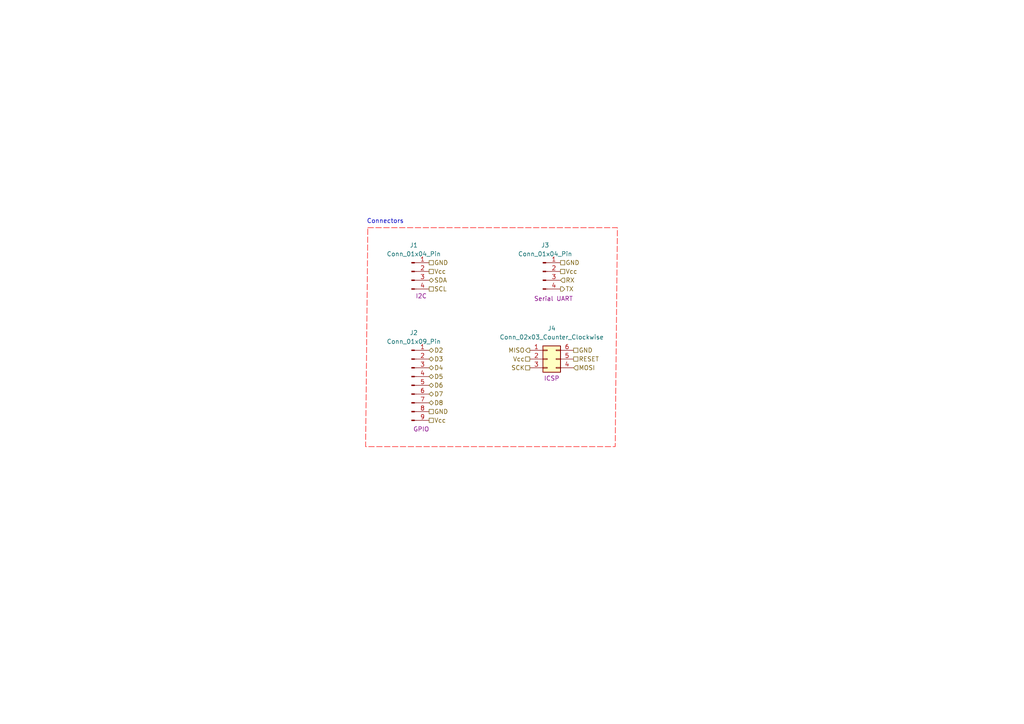
<source format=kicad_sch>
(kicad_sch (version 20250114) (generator "eeschema") (generator_version "9.0")
  (paper "A4")
  (lib_symbols
    (symbol "Conn_01x04_Pin_2" (pin_names (offset 1.016) (hide yes))
      (property "Reference" "J" (at 0 5.08 0))
      (property "Value" "Conn_01x04_Pin" (at 0 -7.62 0))
      (symbol "Conn_01x04_Pin_2_1_1"
        (rectangle (start 0.8636 2.667) (end 0 2.413) (stroke (width 0.1524)) (fill (type outline)))
        (rectangle (start 0.8636 0.127) (end 0 -0.127) (stroke (width 0.1524)) (fill (type outline)))
        (rectangle (start 0.8636 -2.413) (end 0 -2.667) (stroke (width 0.1524)) (fill (type outline)))
        (rectangle (start 0.8636 -4.953) (end 0 -5.207) (stroke (width 0.1524)) (fill (type outline)))
        (polyline (pts (xy 1.27 2.54) (xy 0.8636 2.54)) (stroke (width 0.1524)))
        (polyline (pts (xy 1.27 0) (xy 0.8636 0)) (stroke (width 0.1524)))
        (polyline (pts (xy 1.27 -2.54) (xy 0.8636 -2.54)) (stroke (width 0.1524)))
        (polyline (pts (xy 1.27 -5.08) (xy 0.8636 -5.08)) (stroke (width 0.1524)))
        (pin passive line (at 5.08 2.54 180) (length 3.81) (name "Pin_1") (number "1"))
        (pin passive line (at 5.08 0 180) (length 3.81) (name "Pin_2") (number "2"))
        (pin passive line (at 5.08 -2.54 180) (length 3.81) (name "Pin_3") (number "3"))
        (pin passive line (at 5.08 -5.08 180) (length 3.81) (name "Pin_4") (number "4"))
      )
    )
    (symbol "Conn_01x04_Pin_3" (pin_names (offset 1.016) (hide yes))
      (property "Reference" "J" (at 0 5.08 0))
      (property "Value" "Conn_01x04_Pin" (at 0 -7.62 0))
      (symbol "Conn_01x04_Pin_3_1_1"
        (rectangle (start 0.8636 2.667) (end 0 2.413) (stroke (width 0.1524)) (fill (type outline)))
        (rectangle (start 0.8636 0.127) (end 0 -0.127) (stroke (width 0.1524)) (fill (type outline)))
        (rectangle (start 0.8636 -2.413) (end 0 -2.667) (stroke (width 0.1524)) (fill (type outline)))
        (rectangle (start 0.8636 -4.953) (end 0 -5.207) (stroke (width 0.1524)) (fill (type outline)))
        (polyline (pts (xy 1.27 2.54) (xy 0.8636 2.54)) (stroke (width 0.1524)))
        (polyline (pts (xy 1.27 0) (xy 0.8636 0)) (stroke (width 0.1524)))
        (polyline (pts (xy 1.27 -2.54) (xy 0.8636 -2.54)) (stroke (width 0.1524)))
        (polyline (pts (xy 1.27 -5.08) (xy 0.8636 -5.08)) (stroke (width 0.1524)))
        (pin passive line (at 5.08 2.54 180) (length 3.81) (name "Pin_1") (number "1"))
        (pin passive line (at 5.08 0 180) (length 3.81) (name "Pin_2") (number "2"))
        (pin passive line (at 5.08 -2.54 180) (length 3.81) (name "Pin_3") (number "3"))
        (pin passive line (at 5.08 -5.08 180) (length 3.81) (name "Pin_4") (number "4"))
      )
    )
    (symbol "Conn_01x09_Pin_1" (pin_names (offset 1.016) (hide yes))
      (property "Reference" "J" (at 0 12.7 0))
      (property "Value" "Conn_01x09_Pin" (at 0 -12.7 0))
      (symbol "Conn_01x09_Pin_1_1_1"
        (rectangle (start 0.8636 10.287) (end 0 10.033) (stroke (width 0.1524)) (fill (type outline)))
        (rectangle (start 0.8636 7.747) (end 0 7.493) (stroke (width 0.1524)) (fill (type outline)))
        (rectangle (start 0.8636 5.207) (end 0 4.953) (stroke (width 0.1524)) (fill (type outline)))
        (rectangle (start 0.8636 2.667) (end 0 2.413) (stroke (width 0.1524)) (fill (type outline)))
        (rectangle (start 0.8636 0.127) (end 0 -0.127) (stroke (width 0.1524)) (fill (type outline)))
        (rectangle (start 0.8636 -2.413) (end 0 -2.667) (stroke (width 0.1524)) (fill (type outline)))
        (rectangle (start 0.8636 -4.953) (end 0 -5.207) (stroke (width 0.1524)) (fill (type outline)))
        (rectangle (start 0.8636 -7.493) (end 0 -7.747) (stroke (width 0.1524)) (fill (type outline)))
        (rectangle (start 0.8636 -10.033) (end 0 -10.287) (stroke (width 0.1524)) (fill (type outline)))
        (polyline (pts (xy 1.27 10.16) (xy 0.8636 10.16)) (stroke (width 0.1524)))
        (polyline (pts (xy 1.27 7.62) (xy 0.8636 7.62)) (stroke (width 0.1524)))
        (polyline (pts (xy 1.27 5.08) (xy 0.8636 5.08)) (stroke (width 0.1524)))
        (polyline (pts (xy 1.27 2.54) (xy 0.8636 2.54)) (stroke (width 0.1524)))
        (polyline (pts (xy 1.27 0) (xy 0.8636 0)) (stroke (width 0.1524)))
        (polyline (pts (xy 1.27 -2.54) (xy 0.8636 -2.54)) (stroke (width 0.1524)))
        (polyline (pts (xy 1.27 -5.08) (xy 0.8636 -5.08)) (stroke (width 0.1524)))
        (polyline (pts (xy 1.27 -7.62) (xy 0.8636 -7.62)) (stroke (width 0.1524)))
        (polyline (pts (xy 1.27 -10.16) (xy 0.8636 -10.16)) (stroke (width 0.1524)))
        (pin passive line (at 5.08 10.16 180) (length 3.81) (name "Pin_1") (number "1"))
        (pin passive line (at 5.08 7.62 180) (length 3.81) (name "Pin_2") (number "2"))
        (pin passive line (at 5.08 5.08 180) (length 3.81) (name "Pin_3") (number "3"))
        (pin passive line (at 5.08 2.54 180) (length 3.81) (name "Pin_4") (number "4"))
        (pin passive line (at 5.08 0 180) (length 3.81) (name "Pin_5") (number "5"))
        (pin passive line (at 5.08 -2.54 180) (length 3.81) (name "Pin_6") (number "6"))
        (pin passive line (at 5.08 -5.08 180) (length 3.81) (name "Pin_7") (number "7"))
        (pin passive line (at 5.08 -7.62 180) (length 3.81) (name "Pin_8") (number "8"))
        (pin passive line (at 5.08 -10.16 180) (length 3.81) (name "Pin_9") (number "9"))
      )
    )
    (symbol "Conn_02x03_Counter_Clockwise_1" (pin_names (offset 1.016) (hide yes))
      (property "Reference" "J" (at 1.27 5.08 0))
      (property "Value" "Conn_02x03_Counter_Clockwise" (at 1.27 -5.08 0))
      (symbol "Conn_02x03_Counter_Clockwise_1_1_1"
        (rectangle (start -1.27 3.81) (end 3.81 -3.81) (stroke (width 0.254)) (fill (type background)))
        (rectangle (start -1.27 2.667) (end 0 2.413) (stroke (width 0.1524)))
        (rectangle (start -1.27 0.127) (end 0 -0.127) (stroke (width 0.1524)))
        (rectangle (start -1.27 -2.413) (end 0 -2.667) (stroke (width 0.1524)))
        (rectangle (start 3.81 2.667) (end 2.54 2.413) (stroke (width 0.1524)))
        (rectangle (start 3.81 0.127) (end 2.54 -0.127) (stroke (width 0.1524)))
        (rectangle (start 3.81 -2.413) (end 2.54 -2.667) (stroke (width 0.1524)))
        (pin passive line (at -5.08 2.54 0) (length 3.81) (name "Pin_1") (number "1"))
        (pin passive line (at -5.08 0 0) (length 3.81) (name "Pin_2") (number "2"))
        (pin passive line (at -5.08 -2.54 0) (length 3.81) (name "Pin_3") (number "3"))
        (pin passive line (at 7.62 2.54 180) (length 3.81) (name "Pin_6") (number "6"))
        (pin passive line (at 7.62 0 180) (length 3.81) (name "Pin_5") (number "5"))
        (pin passive line (at 7.62 -2.54 180) (length 3.81) (name "Pin_4") (number "4"))
      )
    )
  )
  (text "Connectors" (at 111.76 64.262 0) (effects (font (size 1.27 1.27))))
  (hierarchical_label "D3" (shape tri_state) (at 124.46 104.14 0))
  (hierarchical_label "RX" (shape input) (at 162.56 81.28 0))
  (hierarchical_label "D6" (shape tri_state) (at 124.46 111.76 0))
  (hierarchical_label "SDA" (shape tri_state) (at 124.46 81.28 0))
  (hierarchical_label "D2" (shape tri_state) (at 124.46 101.6 0))
  (hierarchical_label "Vcc" (shape passive) (at 124.46 121.92 0))
  (hierarchical_label "MISO" (shape output) (at 153.67 101.6 180))
  (hierarchical_label "Vcc" (shape passive) (at 124.46 78.74 0))
  (hierarchical_label "GND" (shape passive) (at 166.37 101.6 0))
  (hierarchical_label "D8" (shape tri_state) (at 124.46 116.84 0))
  (hierarchical_label "RESET" (shape passive) (at 166.37 104.14 0))
  (hierarchical_label "Vcc" (shape passive) (at 153.67 104.14 180))
  (hierarchical_label "D7" (shape tri_state) (at 124.46 114.3 0))
  (hierarchical_label "SCK" (shape passive) (at 153.67 106.68 180))
  (hierarchical_label "TX" (shape output) (at 162.56 83.82 0))
  (hierarchical_label "D4" (shape tri_state) (at 124.46 106.68 0))
  (hierarchical_label "GND" (shape passive) (at 124.46 76.2 0))
  (hierarchical_label "GND" (shape passive) (at 162.56 76.2 0))
  (hierarchical_label "MOSI" (shape input) (at 166.37 106.68 0))
  (hierarchical_label "D5" (shape tri_state) (at 124.46 109.22 0))
  (hierarchical_label "SCL" (shape passive) (at 124.46 83.82 0))
  (hierarchical_label "GND" (shape passive) (at 124.46 119.38 0))
  (hierarchical_label "Vcc" (shape passive) (at 162.56 78.74 0))
  (rule_area (polyline (pts (xy 106.68 66.04) (xy 179.07 66.04) (xy 178.435 129.54) (xy 106.045 129.54)) (stroke (width 0) (type dash))))
  (symbol (lib_name "Conn_02x03_Counter_Clockwise_1") (lib_id "Connector_Generic:Conn_02x03_Counter_Clockwise") (at 158.75 104.14 0) (unit 1)
    (property "Reference" "J4" (at 160.02 95.25 0))
    (property "Value" "Conn_02x03_Counter_Clockwise" (at 160.02 97.79 0))
    (property "Footprint" "Connector_PinHeader_2.54mm:PinHeader_2x03_P2.54mm_Vertical" (effects (hide yes)))
    (property "Description" "Generic connector, double row, 02x03, counter clockwise pin numbering scheme (similar to DIP package numbering), script generated (kicad-library-utils/schlib/autogen/connector/)" (effects (hide yes)))
    (property "Purpose" "ICSP" (at 160.02 109.728 0))
  )
  (symbol (lib_name "Conn_01x04_Pin_2") (lib_id "Connector:Conn_01x04_Pin") (at 157.48 78.74 0) (unit 1)
    (property "Reference" "J3" (at 158.115 71.12 0))
    (property "Value" "Conn_01x04_Pin" (at 158.115 73.66 0))
    (property "Footprint" "Connector_PinHeader_2.54mm:PinHeader_1x04_P2.54mm_Vertical" (effects (hide yes)))
    (property "Description" "Generic connector, single row, 01x04, script generated" (effects (hide yes)))
    (property "Purpose" "Serial UART" (at 160.528 86.614 0))
  )
  (symbol (lib_name "Conn_01x04_Pin_3") (lib_id "Connector:Conn_01x04_Pin") (at 119.38 78.74 0) (unit 1)
    (property "Reference" "J1" (at 120.015 71.12 0))
    (property "Value" "Conn_01x04_Pin" (at 120.015 73.66 0))
    (property "Footprint" "Connector_PinHeader_2.54mm:PinHeader_1x04_P2.54mm_Vertical" (effects (hide yes)))
    (property "Description" "Generic connector, single row, 01x04, script generated" (effects (hide yes)))
    (property "Purpose" "I2C" (at 122.174 85.852 0))
  )
  (symbol (lib_name "Conn_01x09_Pin_1") (lib_id "Connector:Conn_01x09_Pin") (at 119.38 111.76 0) (unit 1)
    (property "Reference" "J2" (at 120.015 96.52 0))
    (property "Value" "Conn_01x09_Pin" (at 120.015 99.06 0))
    (property "Footprint" "Connector_PinHeader_2.54mm:PinHeader_1x09_P2.54mm_Vertical" (effects (hide yes)))
    (property "Description" "Generic connector, single row, 01x09, script generated" (effects (hide yes)))
    (property "Purpose" "GPIO" (at 122.174 124.46 0))
  )
)
</source>
